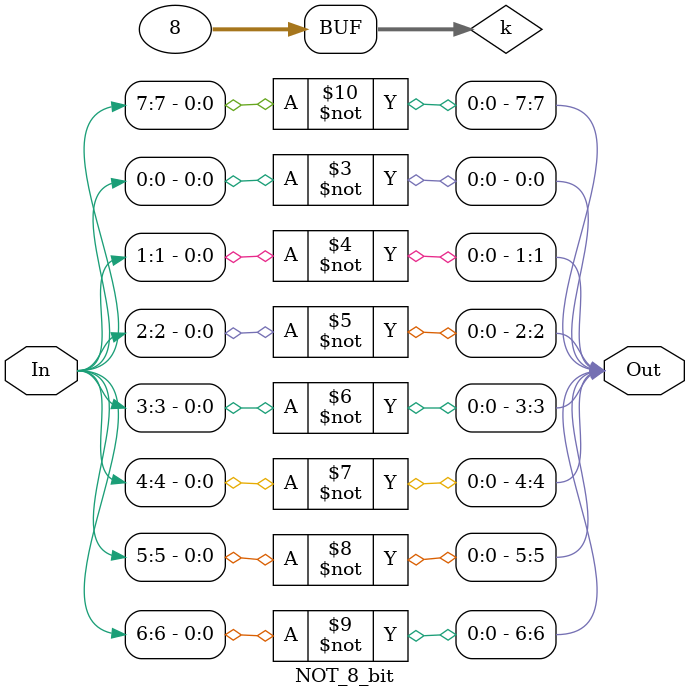
<source format=v>
module NOT_8_bit(In, Out);
	integer k;
	input [7:0] In;
	output reg [7:0] Out;
	
	always @*
	begin
		for(k = 0; k <= 7; k = k + 1)
		begin
			Out[k] = ~In[k];
		end
	end	
endmodule
</source>
